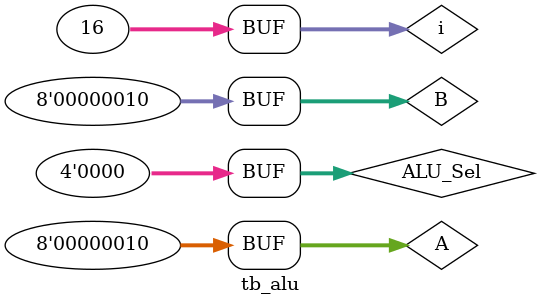
<source format=v>
`include "Alu.v"
 `timescale 1ns / 1ps  

module tb_alu;
//Inputs
 reg[7:0] A,B;
 reg[3:0] ALU_Sel;

//Outputs
 wire[7:0] ALU_Out;
 wire CarryOut;
 // Verilog code for ALU
 integer i;
 alu test_unit(
            A,B,  // ALU 8-bit Inputs                 
            ALU_Sel,// ALU Selection
            ALU_Out, // ALU 8-bit Output
            CarryOut // Carry Out Flag
     );
    initial begin
    // hold reset state for 100 ns.
      A = 2'h0A;
      B = 2'h02;
      ALU_Sel = 2'h0;
      
      for (i=0;i<=15;i=i+1)
      begin
       ALU_Sel = ALU_Sel + 2'h01;
       #10;
      end;
      
      A = 2'hF6;
      B = 2'h0A;
      
    end
endmodule
</source>
